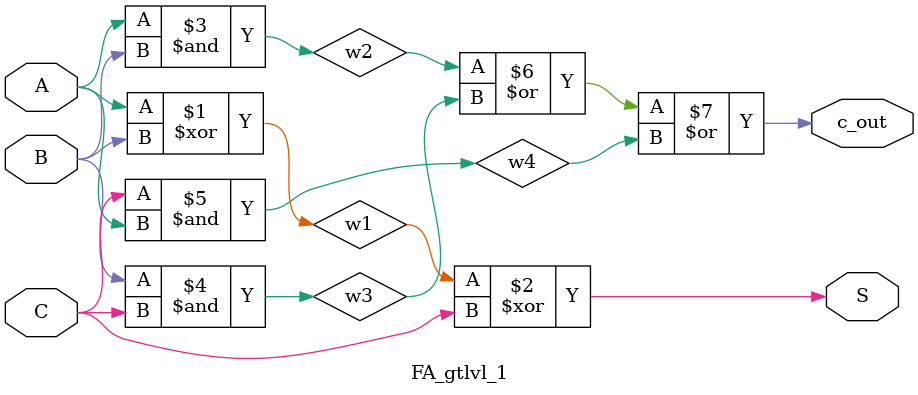
<source format=v>
`timescale 1ns / 1ps


module FA_gtlvl_1(
output S,
output c_out,
input A,
input B,
input C
);
wire w1,w2,w3;
xor g1(w1,A,B);
xor g2(S,w1,C);
and g3(w2,A,B);
and g4(w3,B,C);
and g5(w4,C,A);
or g6(c_out,w2,w3,w4);
endmodule

</source>
